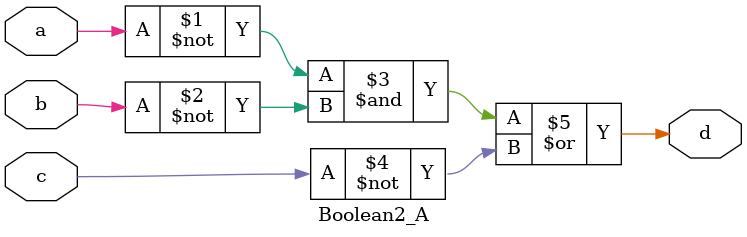
<source format=v>
`timescale 1ns / 1ps

module Boolean2_A(
    input a,
    input b,
    input c,
    output d
    );

assign d=((~a)&(~b))|(~c);

endmodule
</source>
